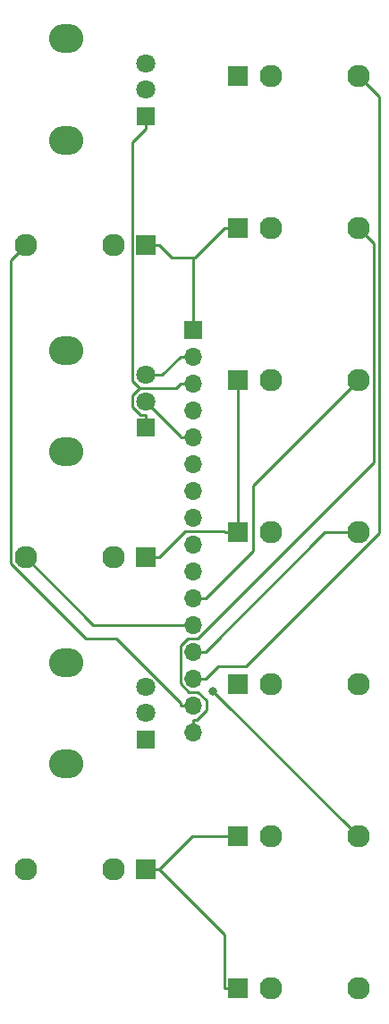
<source format=gbr>
%TF.GenerationSoftware,KiCad,Pcbnew,(6.0.0)*%
%TF.CreationDate,2022-10-17T09:45:53-04:00*%
%TF.ProjectId,ASVCA,41535643-412e-46b6-9963-61645f706362,rev?*%
%TF.SameCoordinates,Original*%
%TF.FileFunction,Copper,L2,Bot*%
%TF.FilePolarity,Positive*%
%FSLAX46Y46*%
G04 Gerber Fmt 4.6, Leading zero omitted, Abs format (unit mm)*
G04 Created by KiCad (PCBNEW (6.0.0)) date 2022-10-17 09:45:53*
%MOMM*%
%LPD*%
G01*
G04 APERTURE LIST*
%TA.AperFunction,ComponentPad*%
%ADD10O,3.240000X2.720000*%
%TD*%
%TA.AperFunction,ComponentPad*%
%ADD11R,1.800000X1.800000*%
%TD*%
%TA.AperFunction,ComponentPad*%
%ADD12C,1.800000*%
%TD*%
%TA.AperFunction,ComponentPad*%
%ADD13R,1.830000X1.930000*%
%TD*%
%TA.AperFunction,ComponentPad*%
%ADD14C,2.130000*%
%TD*%
%TA.AperFunction,ComponentPad*%
%ADD15R,1.700000X1.700000*%
%TD*%
%TA.AperFunction,ComponentPad*%
%ADD16O,1.700000X1.700000*%
%TD*%
%TA.AperFunction,ViaPad*%
%ADD17C,0.800000*%
%TD*%
%TA.AperFunction,Conductor*%
%ADD18C,0.250000*%
%TD*%
G04 APERTURE END LIST*
D10*
%TO.P,RV3,*%
%TO.N,*%
X108269000Y-87884600D03*
X108269000Y-97484600D03*
D11*
%TO.P,RV3,1,1*%
%TO.N,NegReft*%
X115769000Y-95184600D03*
D12*
%TO.P,RV3,2,2*%
%TO.N,to_CVMix3t*%
X115769000Y-92684600D03*
%TO.P,RV3,3,3*%
%TO.N,PosReft*%
X115769000Y-90184600D03*
%TD*%
D13*
%TO.P,J8,S*%
%TO.N,GND1*%
X124522000Y-75565000D03*
D14*
%TO.P,J8,T*%
%TO.N,OUTPUT2t*%
X135922000Y-75565000D03*
%TO.P,J8,TN*%
%TO.N,N/C*%
X127622000Y-75565000D03*
%TD*%
D13*
%TO.P,J2,S*%
%TO.N,GND1*%
X124522000Y-104351700D03*
D14*
%TO.P,J2,T*%
%TO.N,INPUT3at*%
X135922000Y-104351700D03*
%TO.P,J2,TN*%
%TO.N,N/C*%
X127622000Y-104351700D03*
%TD*%
D13*
%TO.P,J10,S*%
%TO.N,GND1*%
X115824000Y-48412400D03*
D14*
%TO.P,J10,T*%
%TO.N,CVIN1t*%
X104424000Y-48412400D03*
%TO.P,J10,TN*%
%TO.N,N/C*%
X112724000Y-48412400D03*
%TD*%
D13*
%TO.P,J11,S*%
%TO.N,GND1*%
X124522000Y-46778300D03*
D14*
%TO.P,J11,T*%
%TO.N,OUTPUT1t*%
X135922000Y-46778300D03*
%TO.P,J11,TN*%
%TO.N,N/C*%
X127622000Y-46778300D03*
%TD*%
D13*
%TO.P,J9,S*%
%TO.N,GND1*%
X124522000Y-32385000D03*
D14*
%TO.P,J9,T*%
%TO.N,INPUT1t*%
X135922000Y-32385000D03*
%TO.P,J9,TN*%
%TO.N,N/C*%
X127622000Y-32385000D03*
%TD*%
D13*
%TO.P,J3,S*%
%TO.N,GND1*%
X124522000Y-89958300D03*
D14*
%TO.P,J3,T*%
%TO.N,INPUT3bt*%
X135922000Y-89958300D03*
%TO.P,J3,TN*%
%TO.N,N/C*%
X127622000Y-89958300D03*
%TD*%
D13*
%TO.P,J7,S*%
%TO.N,GND1*%
X115824000Y-77927200D03*
D14*
%TO.P,J7,T*%
%TO.N,CVIN2t*%
X104424000Y-77927200D03*
%TO.P,J7,TN*%
%TO.N,N/C*%
X112724000Y-77927200D03*
%TD*%
D13*
%TO.P,J6,S*%
%TO.N,GND1*%
X124522000Y-61171700D03*
D14*
%TO.P,J6,T*%
%TO.N,INPUT2t*%
X135922000Y-61171700D03*
%TO.P,J6,TN*%
%TO.N,N/C*%
X127622000Y-61171700D03*
%TD*%
D13*
%TO.P,J4,S*%
%TO.N,GND1*%
X115824000Y-107442000D03*
D14*
%TO.P,J4,T*%
%TO.N,CVIN3t*%
X104424000Y-107442000D03*
%TO.P,J4,TN*%
%TO.N,N/C*%
X112724000Y-107442000D03*
%TD*%
D13*
%TO.P,J5,S*%
%TO.N,GND1*%
X124522000Y-118745000D03*
D14*
%TO.P,J5,T*%
%TO.N,OUTPUT3t*%
X135922000Y-118745000D03*
%TO.P,J5,TN*%
%TO.N,N/C*%
X127622000Y-118745000D03*
%TD*%
D10*
%TO.P,RV2,*%
%TO.N,*%
X108269000Y-67969800D03*
X108269000Y-58369800D03*
D11*
%TO.P,RV2,1,1*%
%TO.N,NegReft*%
X115769000Y-65669800D03*
D12*
%TO.P,RV2,2,2*%
%TO.N,to_CVMix2t*%
X115769000Y-63169800D03*
%TO.P,RV2,3,3*%
%TO.N,PosReft*%
X115769000Y-60669800D03*
%TD*%
D15*
%TO.P,J13,1,Pin_1*%
%TO.N,GND1*%
X120269000Y-56388000D03*
D16*
%TO.P,J13,2,Pin_2*%
%TO.N,PosReft*%
X120269000Y-58928000D03*
%TO.P,J13,3,Pin_3*%
%TO.N,NegReft*%
X120269000Y-61468000D03*
%TO.P,J13,4,Pin_4*%
%TO.N,to_CVMix3t*%
X120269000Y-64008000D03*
%TO.P,J13,5,Pin_5*%
%TO.N,to_CVMix2t*%
X120269000Y-66548000D03*
%TO.P,J13,6,Pin_6*%
%TO.N,to_CVMix1t*%
X120269000Y-69088000D03*
%TO.P,J13,7,Pin_7*%
%TO.N,INPUT3bt*%
X120269000Y-71628000D03*
%TO.P,J13,8,Pin_8*%
%TO.N,OUTPUT3t*%
X120269000Y-74168000D03*
%TO.P,J13,9,Pin_9*%
%TO.N,CVIN3t*%
X120269000Y-76708000D03*
%TO.P,J13,10,Pin_10*%
%TO.N,INPUT3at*%
X120269000Y-79248000D03*
%TO.P,J13,11,Pin_11*%
%TO.N,INPUT2t*%
X120269000Y-81788000D03*
%TO.P,J13,12,Pin_12*%
%TO.N,CVIN2t*%
X120269000Y-84328000D03*
%TO.P,J13,13,Pin_13*%
%TO.N,OUTPUT2t*%
X120269000Y-86868000D03*
%TO.P,J13,14,Pin_14*%
%TO.N,INPUT1t*%
X120269000Y-89408000D03*
%TO.P,J13,15,Pin_15*%
%TO.N,CVIN1t*%
X120269000Y-91948000D03*
%TO.P,J13,16,Pin_16*%
%TO.N,OUTPUT1t*%
X120269000Y-94488000D03*
%TD*%
D10*
%TO.P,RV1,*%
%TO.N,*%
X108269000Y-28855000D03*
X108269000Y-38455000D03*
D11*
%TO.P,RV1,1,1*%
%TO.N,NegReft*%
X115769000Y-36155000D03*
D12*
%TO.P,RV1,2,2*%
%TO.N,to_CVMix1t*%
X115769000Y-33655000D03*
%TO.P,RV1,3,3*%
%TO.N,PosReft*%
X115769000Y-31155000D03*
%TD*%
D17*
%TO.N,INPUT3at*%
X122154900Y-90584600D03*
%TD*%
D18*
%TO.N,GND1*%
X124522000Y-61171700D02*
X124522000Y-75565000D01*
X123281700Y-113659400D02*
X117064300Y-107442000D01*
X115824000Y-48412400D02*
X117064300Y-48412400D01*
X123281700Y-75565000D02*
X123218200Y-75501500D01*
X123281700Y-118745000D02*
X123281700Y-113659400D01*
X124522000Y-75565000D02*
X123281700Y-75565000D01*
X124522000Y-46778300D02*
X123281700Y-46778300D01*
X124522000Y-104351700D02*
X120154600Y-104351700D01*
X117064300Y-48412400D02*
X118241900Y-49590000D01*
X119490000Y-75501500D02*
X117064300Y-77927200D01*
X115824000Y-107442000D02*
X117064300Y-107442000D01*
X123218200Y-75501500D02*
X119490000Y-75501500D01*
X120154600Y-104351700D02*
X117064300Y-107442000D01*
X118241900Y-49590000D02*
X120269000Y-49590000D01*
X115824000Y-77927200D02*
X117064300Y-77927200D01*
X120269000Y-56388000D02*
X120269000Y-49590000D01*
X120269000Y-49590000D02*
X120470000Y-49590000D01*
X124522000Y-118745000D02*
X123281700Y-118745000D01*
X120470000Y-49590000D02*
X123281700Y-46778300D01*
%TO.N,PosReft*%
X117351900Y-60669800D02*
X115769000Y-60669800D01*
X120269000Y-58928000D02*
X119093700Y-58928000D01*
X119093700Y-58928000D02*
X117351900Y-60669800D01*
%TO.N,NegReft*%
X114531900Y-61209500D02*
X115242200Y-61919800D01*
X115242200Y-61919800D02*
X114543700Y-62618300D01*
X118641900Y-61919800D02*
X115242200Y-61919800D01*
X115769000Y-36155000D02*
X115769000Y-37380300D01*
X115769000Y-65669800D02*
X115769000Y-64444500D01*
X115309400Y-64444500D02*
X115769000Y-64444500D01*
X114543700Y-62618300D02*
X114543700Y-63678800D01*
X120269000Y-61468000D02*
X119093700Y-61468000D01*
X119093700Y-61468000D02*
X118641900Y-61919800D01*
X114543700Y-63678800D02*
X115309400Y-64444500D01*
X114531900Y-38617400D02*
X114531900Y-61209500D01*
X115769000Y-37380300D02*
X114531900Y-38617400D01*
%TO.N,to_CVMix2t*%
X119093700Y-66494500D02*
X115769000Y-63169800D01*
X119093700Y-66548000D02*
X119093700Y-66494500D01*
X120269000Y-66548000D02*
X119093700Y-66548000D01*
%TO.N,INPUT3at*%
X122154900Y-90584600D02*
X135922000Y-104351700D01*
%TO.N,INPUT2t*%
X121444300Y-81788000D02*
X125938900Y-77293400D01*
X125938900Y-77293400D02*
X125938900Y-71154800D01*
X120269000Y-81788000D02*
X121444300Y-81788000D01*
X125938900Y-71154800D02*
X135922000Y-61171700D01*
%TO.N,CVIN2t*%
X120269000Y-84328000D02*
X110824800Y-84328000D01*
X110824800Y-84328000D02*
X104424000Y-77927200D01*
%TO.N,OUTPUT2t*%
X120269000Y-86868000D02*
X121444300Y-86868000D01*
X132747300Y-75565000D02*
X121444300Y-86868000D01*
X135922000Y-75565000D02*
X132747300Y-75565000D01*
%TO.N,INPUT1t*%
X125238900Y-88232700D02*
X137870900Y-75600700D01*
X121444300Y-89408000D02*
X122619600Y-88232700D01*
X122619600Y-88232700D02*
X125238900Y-88232700D01*
X137870900Y-34333900D02*
X135922000Y-32385000D01*
X137870900Y-75600700D02*
X137870900Y-34333900D01*
X120269000Y-89408000D02*
X121444300Y-89408000D01*
%TO.N,CVIN1t*%
X120269000Y-91948000D02*
X119093700Y-91948000D01*
X102997200Y-78490800D02*
X102997200Y-49839200D01*
X119093700Y-91948000D02*
X119093700Y-91727600D01*
X113014200Y-85648100D02*
X110154500Y-85648100D01*
X110154500Y-85648100D02*
X102997200Y-78490800D01*
X102997200Y-49839200D02*
X104424000Y-48412400D01*
X119093700Y-91727600D02*
X113014200Y-85648100D01*
%TO.N,OUTPUT1t*%
X119813000Y-85598000D02*
X120715400Y-85598000D01*
X119072400Y-86338600D02*
X119813000Y-85598000D01*
X120269000Y-93312700D02*
X120636300Y-93312700D01*
X137368000Y-48224300D02*
X135922000Y-46778300D01*
X120715400Y-85598000D02*
X137368000Y-68945400D01*
X120269000Y-94488000D02*
X120269000Y-93312700D01*
X121513300Y-92435700D02*
X121513300Y-91472800D01*
X119072400Y-89877500D02*
X119072400Y-86338600D01*
X137368000Y-68945400D02*
X137368000Y-48224300D01*
X121513300Y-91472800D02*
X120718500Y-90678000D01*
X120718500Y-90678000D02*
X119872900Y-90678000D01*
X120636300Y-93312700D02*
X121513300Y-92435700D01*
X119872900Y-90678000D02*
X119072400Y-89877500D01*
%TD*%
M02*

</source>
